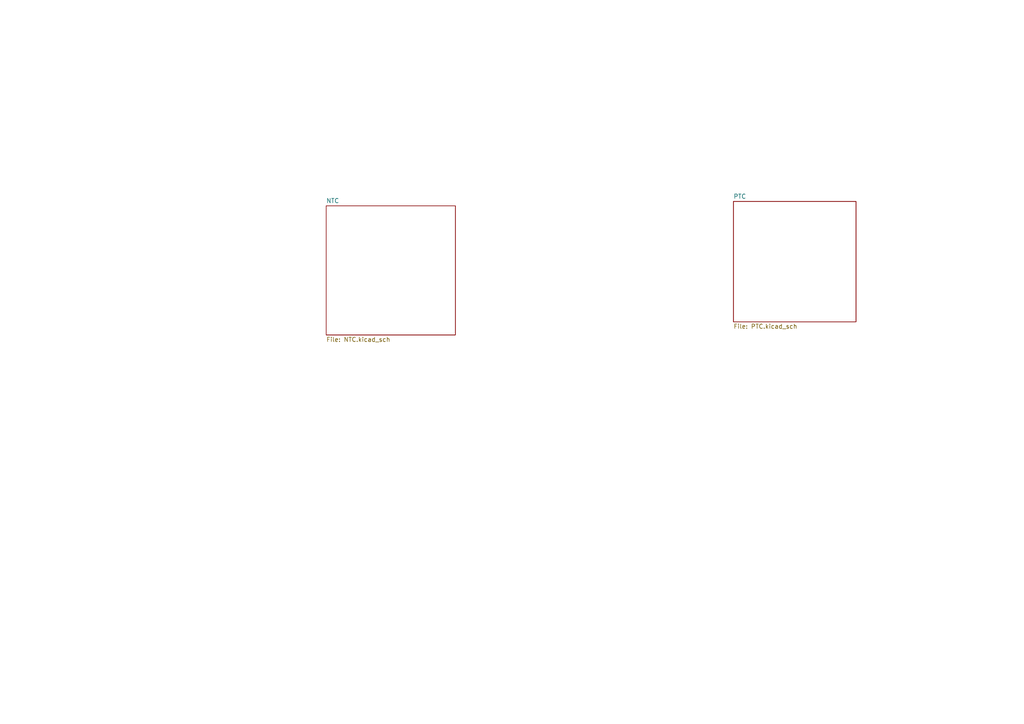
<source format=kicad_sch>
(kicad_sch
	(version 20250114)
	(generator "eeschema")
	(generator_version "9.0")
	(uuid "973a318c-9a88-4930-ba74-f26015d3f50c")
	(paper "A4")
	(lib_symbols)
	(sheet
		(at 212.725 58.42)
		(size 35.56 34.925)
		(exclude_from_sim no)
		(in_bom yes)
		(on_board yes)
		(dnp no)
		(fields_autoplaced yes)
		(stroke
			(width 0.1524)
			(type solid)
		)
		(fill
			(color 0 0 0 0.0000)
		)
		(uuid "73157164-b406-4309-b0bf-6ad955766f39")
		(property "Sheetname" "PTC"
			(at 212.725 57.7084 0)
			(effects
				(font
					(size 1.27 1.27)
				)
				(justify left bottom)
			)
		)
		(property "Sheetfile" "PTC.kicad_sch"
			(at 212.725 93.9296 0)
			(effects
				(font
					(size 1.27 1.27)
				)
				(justify left top)
			)
		)
		(instances
			(project "Thermister Board"
				(path "/973a318c-9a88-4930-ba74-f26015d3f50c"
					(page "2")
				)
			)
		)
	)
	(sheet
		(at 94.615 59.69)
		(size 37.465 37.465)
		(exclude_from_sim no)
		(in_bom yes)
		(on_board yes)
		(dnp no)
		(fields_autoplaced yes)
		(stroke
			(width 0.1524)
			(type solid)
		)
		(fill
			(color 0 0 0 0.0000)
		)
		(uuid "9f790b45-832d-4b3a-a6ea-272c56c48476")
		(property "Sheetname" "NTC"
			(at 94.615 58.9784 0)
			(effects
				(font
					(size 1.27 1.27)
				)
				(justify left bottom)
			)
		)
		(property "Sheetfile" "NTC.kicad_sch"
			(at 94.615 97.7396 0)
			(effects
				(font
					(size 1.27 1.27)
				)
				(justify left top)
			)
		)
		(instances
			(project "Thermister Board"
				(path "/973a318c-9a88-4930-ba74-f26015d3f50c"
					(page "3")
				)
			)
		)
	)
	(sheet_instances
		(path "/"
			(page "1")
		)
	)
	(embedded_fonts no)
)

</source>
